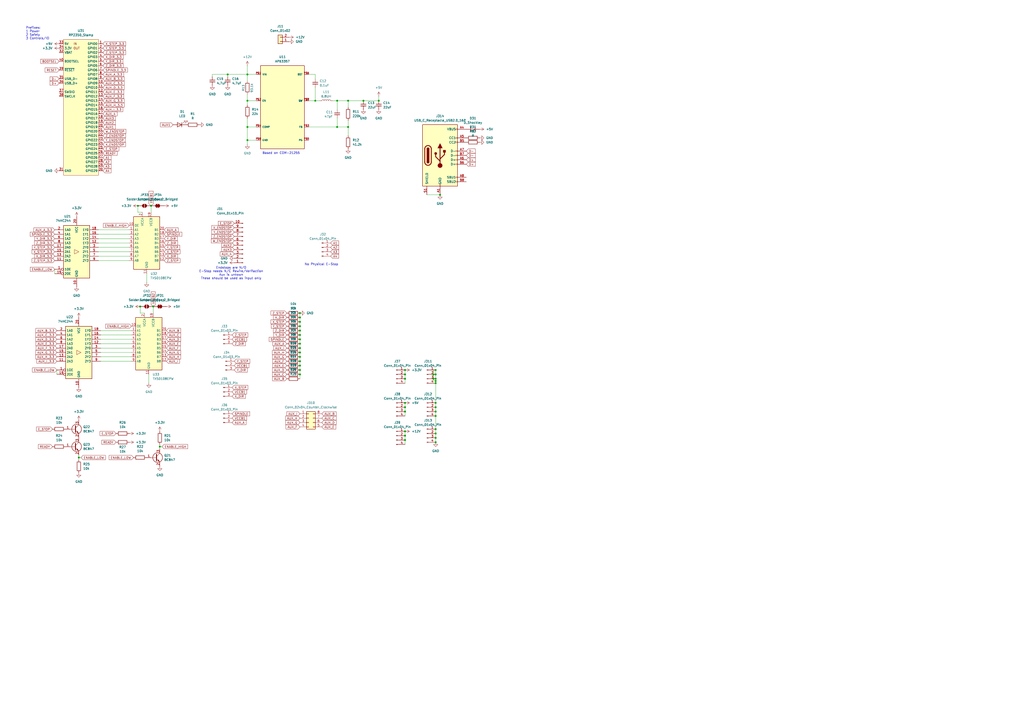
<source format=kicad_sch>
(kicad_sch (version 20250114) (generator "eeschema") (generator_version "9.0")
  (paper "A2")
  (text "Prefixes:\n1 Power\n2 Safety\n3 Controls/IO\n" (at 14.986 19.304 0) (effects (font (size 1.27 1.27)) (justify left)))
  (text "Endstops are N/O\nE-Stop needs N/C Rewire/Verifaction\nAux is unkown\nThese should be used as input only\n\n" (at 134.112 159.512 0) (effects (font (size 1.27 1.27))))
  (text "No Physical E-Stop\n" (at 186.436 153.416 0) (effects (font (size 1.27 1.27))))
  (text "Based on COM-21255\n" (at 163.068 88.9 0) (effects (font (size 1.27 1.27))))
  (junction (at 173.99 194.31))
  (junction (at 173.99 209.55))
  (junction (at 45.72 265.43))
  (junction (at 173.99 199.39))
  (junction (at 173.99 196.85))
  (junction (at 255.27 113.03))
  (junction (at 210.82 58.42))
  (junction (at 252.73 217.17))
  (junction (at 252.73 233.68))
  (junction (at 173.99 191.77))
  (junction (at 143.51 43.18))
  (junction (at 173.99 214.63))
  (junction (at 143.51 73.66))
  (junction (at 80.01 119.38))
  (junction (at 173.99 204.47))
  (junction (at 173.99 181.61))
  (junction (at 234.95 219.71))
  (junction (at 173.99 186.69))
  (junction (at 234.95 214.63))
  (junction (at 182.88 58.42))
  (junction (at 251.46 219.71))
  (junction (at 252.73 214.63))
  (junction (at 252.73 220.98))
  (junction (at 251.46 217.17))
  (junction (at 195.58 58.42))
  (junction (at 234.95 238.76))
  (junction (at 252.73 251.46))
  (junction (at 252.73 222.25))
  (junction (at 173.99 201.93))
  (junction (at 252.73 256.54))
  (junction (at 252.73 241.3))
  (junction (at 132.08 43.18))
  (junction (at 173.99 189.23))
  (junction (at 173.99 212.09))
  (junction (at 252.73 254))
  (junction (at 234.95 233.68))
  (junction (at 252.73 236.22))
  (junction (at 219.71 58.42))
  (junction (at 234.95 217.17))
  (junction (at 234.95 250.19))
  (junction (at 195.58 73.66))
  (junction (at 173.99 207.01))
  (junction (at 234.95 252.73))
  (junction (at 234.95 255.27))
  (junction (at 87.63 119.38))
  (junction (at 173.99 184.15))
  (junction (at 88.9 177.8))
  (junction (at 252.73 219.71))
  (junction (at 143.51 81.28))
  (junction (at 201.93 58.42))
  (junction (at 173.99 217.17))
  (junction (at 92.71 259.08))
  (junction (at 252.73 238.76))
  (junction (at 234.95 236.22))
  (junction (at 201.93 73.66))
  (junction (at 252.73 248.92))
  (junction (at 143.51 58.42))
  (junction (at 81.28 177.8))
  (wire (pts (xy 252.73 220.98) (xy 251.46 220.98)))
  (wire (pts (xy 252.73 251.46) (xy 252.73 254)))
  (wire (pts (xy 80.01 119.38) (xy 80.01 123.19)))
  (wire (pts (xy 234.95 252.73) (xy 234.95 255.27)))
  (wire (pts (xy 82.55 123.19) (xy 80.01 123.19)))
  (wire (pts (xy 247.65 113.03) (xy 255.27 113.03)))
  (wire (pts (xy 143.51 43.18) (xy 143.51 38.1)))
  (wire (pts (xy 173.99 204.47) (xy 173.99 207.01)))
  (wire (pts (xy 201.93 58.42) (xy 201.93 62.23)))
  (wire (pts (xy 173.99 209.55) (xy 173.99 212.09)))
  (wire (pts (xy 57.15 140.97) (xy 74.93 140.97)))
  (wire (pts (xy 57.15 138.43) (xy 74.93 138.43)))
  (wire (pts (xy 252.73 214.63) (xy 252.73 217.17)))
  (wire (pts (xy 143.51 68.58) (xy 143.51 73.66)))
  (wire (pts (xy 57.15 135.89) (xy 74.93 135.89)))
  (wire (pts (xy 182.88 50.8) (xy 182.88 58.42)))
  (wire (pts (xy 148.59 43.18) (xy 143.51 43.18)))
  (wire (pts (xy 123.19 43.18) (xy 132.08 43.18)))
  (wire (pts (xy 58.42 207.01) (xy 76.2 207.01)))
  (wire (pts (xy 46.99 265.43) (xy 45.72 265.43)))
  (wire (pts (xy 252.73 248.92) (xy 252.73 251.46)))
  (wire (pts (xy 143.51 83.82) (xy 143.51 81.28)))
  (wire (pts (xy 195.58 58.42) (xy 201.93 58.42)))
  (wire (pts (xy 252.73 214.63) (xy 251.46 214.63)))
  (wire (pts (xy 210.82 58.42) (xy 219.71 58.42)))
  (wire (pts (xy 234.95 236.22) (xy 234.95 238.76)))
  (wire (pts (xy 92.71 257.81) (xy 92.71 259.08)))
  (wire (pts (xy 201.93 58.42) (xy 210.82 58.42)))
  (wire (pts (xy 31.75 156.21) (xy 31.75 158.75)))
  (wire (pts (xy 173.99 184.15) (xy 173.99 186.69)))
  (wire (pts (xy 173.99 181.61) (xy 173.99 184.15)))
  (wire (pts (xy 83.82 181.61) (xy 81.28 181.61)))
  (wire (pts (xy 143.51 58.42) (xy 148.59 58.42)))
  (wire (pts (xy 219.71 55.88) (xy 219.71 58.42)))
  (wire (pts (xy 57.15 133.35) (xy 74.93 133.35)))
  (wire (pts (xy 57.15 143.51) (xy 74.93 143.51)))
  (wire (pts (xy 173.99 189.23) (xy 173.99 191.77)))
  (wire (pts (xy 252.73 220.98) (xy 252.73 222.25)))
  (wire (pts (xy 251.46 220.98) (xy 251.46 219.71)))
  (wire (pts (xy 252.73 217.17) (xy 251.46 217.17)))
  (wire (pts (xy 201.93 73.66) (xy 201.93 78.74)))
  (wire (pts (xy 173.99 207.01) (xy 173.99 209.55)))
  (wire (pts (xy 143.51 58.42) (xy 143.51 60.96)))
  (wire (pts (xy 173.99 217.17) (xy 173.99 219.71)))
  (wire (pts (xy 143.51 54.61) (xy 143.51 58.42)))
  (wire (pts (xy 251.46 217.17) (xy 251.46 219.71)))
  (wire (pts (xy 85.09 163.83) (xy 85.09 158.75)))
  (wire (pts (xy 252.73 236.22) (xy 252.73 238.76)))
  (wire (pts (xy 33.02 214.63) (xy 33.02 217.17)))
  (wire (pts (xy 195.58 58.42) (xy 195.58 63.5)))
  (wire (pts (xy 252.73 233.68) (xy 252.73 236.22)))
  (wire (pts (xy 201.93 73.66) (xy 201.93 69.85)))
  (wire (pts (xy 234.95 214.63) (xy 234.95 217.17)))
  (wire (pts (xy 58.42 191.77) (xy 76.2 191.77)))
  (wire (pts (xy 234.95 250.19) (xy 234.95 252.73)))
  (wire (pts (xy 252.73 219.71) (xy 251.46 219.71)))
  (wire (pts (xy 45.72 265.43) (xy 45.72 264.16)))
  (wire (pts (xy 193.04 58.42) (xy 195.58 58.42)))
  (wire (pts (xy 57.15 148.59) (xy 74.93 148.59)))
  (wire (pts (xy 252.73 254) (xy 252.73 256.54)))
  (wire (pts (xy 45.72 266.7) (xy 45.72 265.43)))
  (wire (pts (xy 57.15 146.05) (xy 74.93 146.05)))
  (wire (pts (xy 132.08 44.45) (xy 132.08 43.18)))
  (wire (pts (xy 234.95 238.76) (xy 234.95 241.3)))
  (wire (pts (xy 58.42 199.39) (xy 76.2 199.39)))
  (wire (pts (xy 173.99 212.09) (xy 173.99 214.63)))
  (wire (pts (xy 252.73 222.25) (xy 252.73 233.68)))
  (wire (pts (xy 251.46 214.63) (xy 251.46 217.17)))
  (wire (pts (xy 234.95 217.17) (xy 234.95 219.71)))
  (wire (pts (xy 195.58 73.66) (xy 201.93 73.66)))
  (wire (pts (xy 173.99 201.93) (xy 173.99 204.47)))
  (wire (pts (xy 86.36 222.25) (xy 86.36 217.17)))
  (wire (pts (xy 173.99 199.39) (xy 173.99 201.93)))
  (wire (pts (xy 173.99 214.63) (xy 173.99 217.17)))
  (wire (pts (xy 58.42 201.93) (xy 76.2 201.93)))
  (wire (pts (xy 195.58 68.58) (xy 195.58 73.66)))
  (wire (pts (xy 81.28 177.8) (xy 81.28 181.61)))
  (wire (pts (xy 182.88 58.42) (xy 179.07 58.42)))
  (wire (pts (xy 252.73 217.17) (xy 252.73 219.71)))
  (wire (pts (xy 58.42 204.47) (xy 76.2 204.47)))
  (wire (pts (xy 252.73 238.76) (xy 252.73 241.3)))
  (wire (pts (xy 132.08 43.18) (xy 143.51 43.18)))
  (wire (pts (xy 58.42 194.31) (xy 76.2 194.31)))
  (wire (pts (xy 173.99 196.85) (xy 173.99 199.39)))
  (wire (pts (xy 123.19 44.45) (xy 123.19 43.18)))
  (wire (pts (xy 234.95 233.68) (xy 234.95 236.22)))
  (wire (pts (xy 234.95 255.27) (xy 234.95 257.81)))
  (wire (pts (xy 143.51 73.66) (xy 148.59 73.66)))
  (wire (pts (xy 173.99 191.77) (xy 173.99 194.31)))
  (wire (pts (xy 143.51 81.28) (xy 143.51 73.66)))
  (wire (pts (xy 148.59 81.28) (xy 143.51 81.28)))
  (wire (pts (xy 58.42 209.55) (xy 76.2 209.55)))
  (wire (pts (xy 173.99 186.69) (xy 173.99 189.23)))
  (wire (pts (xy 252.73 219.71) (xy 252.73 220.98)))
  (wire (pts (xy 252.73 241.3) (xy 252.73 248.92)))
  (wire (pts (xy 179.07 43.18) (xy 182.88 43.18)))
  (wire (pts (xy 185.42 58.42) (xy 182.88 58.42)))
  (wire (pts (xy 92.71 259.08) (xy 92.71 260.35)))
  (wire (pts (xy 182.88 43.18) (xy 182.88 45.72)))
  (wire (pts (xy 93.98 259.08) (xy 92.71 259.08)))
  (wire (pts (xy 234.95 219.71) (xy 234.95 222.25)))
  (wire (pts (xy 179.07 73.66) (xy 195.58 73.66)))
  (wire (pts (xy 143.51 46.99) (xy 143.51 43.18)))
  (wire (pts (xy 58.42 196.85) (xy 76.2 196.85)))
  (wire (pts (xy 87.63 119.38) (xy 87.63 123.19)))
  (wire (pts (xy 173.99 194.31) (xy 173.99 196.85)))
  (wire (pts (xy 57.15 151.13) (xy 74.93 151.13)))
  (wire (pts (xy 88.9 177.8) (xy 88.9 181.61)))
  (global_label "AUX_A" (shape input) (at 166.37 199.39 180) (property "Intersheetrefs" "${INTERSHEET_REFS}" (effects (hide yes))))
  (global_label "AUX_C" (shape input) (at 96.52 194.31 0) (property "Intersheetrefs" "${INTERSHEET_REFS}" (effects (hide yes))))
  (global_label "E_STOP" (shape input) (at 67.31 251.46 180) (property "Intersheetrefs" "${INTERSHEET_REFS}" (effects (hide yes))))
  (global_label "SPINDLE_3.3" (shape input) (at 59.69 40.64 0) (property "Intersheetrefs" "${INTERSHEET_REFS}" (effects (hide yes))))
  (global_label "A4" (shape input) (at 59.69 99.06 0) (property "Intersheetrefs" "${INTERSHEET_REFS}" (effects (hide yes))))
  (global_label "AUX_E_3.3" (shape input) (at 59.69 53.34 0) (property "Intersheetrefs" "${INTERSHEET_REFS}" (effects (hide yes))))
  (global_label "Z_STEP_3.3" (shape input) (at 59.69 30.48 0) (property "Intersheetrefs" "${INTERSHEET_REFS}" (effects (hide yes))))
  (global_label "AUX2" (shape input) (at 135.89 142.24 180) (property "Intersheetrefs" "${INTERSHEET_REFS}" (effects (hide yes))))
  (global_label "AUX_A" (shape input) (at 95.25 133.35 0) (property "Intersheetrefs" "${INTERSHEET_REFS}" (effects (hide yes))))
  (global_label "VCCB1" (shape input) (at 87.63 119.38 90) (property "Intersheetrefs" "${INTERSHEET_REFS}" (effects (hide yes))))
  (global_label "AUX_B_3.3" (shape input) (at 33.02 191.77 180) (property "Intersheetrefs" "${INTERSHEET_REFS}" (effects (hide yes))))
  (global_label "ENABLE_HIGH" (shape input) (at 93.98 259.08 0) (property "Intersheetrefs" "${INTERSHEET_REFS}" (effects (hide yes))))
  (global_label "X_STEP" (shape input) (at 95.25 146.05 0) (property "Intersheetrefs" "${INTERSHEET_REFS}" (effects (hide yes))))
  (global_label "READY" (shape input) (at 30.48 259.08 180) (property "Intersheetrefs" "${INTERSHEET_REFS}" (effects (hide yes))))
  (global_label "Y_ENDSTOP" (shape input) (at 135.89 134.62 180) (property "Intersheetrefs" "${INTERSHEET_REFS}" (effects (hide yes))))
  (global_label "AUX_I" (shape input) (at 173.99 240.03 180) (property "Intersheetrefs" "${INTERSHEET_REFS}" (effects (hide yes))))
  (global_label "A3" (shape input) (at 59.69 96.52 0) (property "Intersheetrefs" "${INTERSHEET_REFS}" (effects (hide yes))))
  (global_label "AUX_4" (shape input) (at 135.89 147.32 180) (property "Intersheetrefs" "${INTERSHEET_REFS}" (effects (hide yes))))
  (global_label "AUX_I" (shape input) (at 96.52 209.55 0) (property "Intersheetrefs" "${INTERSHEET_REFS}" (effects (hide yes))))
  (global_label "Y_ENDSTOP" (shape input) (at 59.69 81.28 0) (property "Intersheetrefs" "${INTERSHEET_REFS}" (effects (hide yes))))
  (global_label "SPINDLE" (shape input) (at 95.25 135.89 0) (property "Intersheetrefs" "${INTERSHEET_REFS}" (effects (hide yes))))
  (global_label "AUX_D" (shape input) (at 96.52 196.85 0) (property "Intersheetrefs" "${INTERSHEET_REFS}" (effects (hide yes))))
  (global_label "AUX_E" (shape input) (at 186.69 247.65 0) (property "Intersheetrefs" "${INTERSHEET_REFS}" (effects (hide yes))))
  (global_label "X_DIR" (shape input) (at 95.25 148.59 0) (property "Intersheetrefs" "${INTERSHEET_REFS}" (effects (hide yes))))
  (global_label "Z_DIR" (shape input) (at 134.62 199.39 0) (property "Intersheetrefs" "${INTERSHEET_REFS}" (effects (hide yes))))
  (global_label "AUX_I" (shape input) (at 166.37 201.93 180) (property "Intersheetrefs" "${INTERSHEET_REFS}" (effects (hide yes))))
  (global_label "Z_DIR_3.3" (shape input) (at 59.69 38.1 0) (property "Intersheetrefs" "${INTERSHEET_REFS}" (effects (hide yes))))
  (global_label "AUX_H_3.3" (shape input) (at 59.69 60.96 0) (property "Intersheetrefs" "${INTERSHEET_REFS}" (effects (hide yes))))
  (global_label "Z_DIR" (shape input) (at 166.37 191.77 180) (property "Intersheetrefs" "${INTERSHEET_REFS}" (effects (hide yes))))
  (global_label "X_STEP_3.3" (shape input) (at 59.69 25.4 0) (property "Intersheetrefs" "${INTERSHEET_REFS}" (effects (hide yes))))
  (global_label "Y_DIR" (shape input) (at 135.89 214.63 0) (property "Intersheetrefs" "${INTERSHEET_REFS}" (effects (hide yes))))
  (global_label "A4" (shape input) (at 191.77 148.59 0) (property "Intersheetrefs" "${INTERSHEET_REFS}" (effects (hide yes))))
  (global_label "Z_STEP" (shape input) (at 166.37 181.61 180) (property "Intersheetrefs" "${INTERSHEET_REFS}" (effects (hide yes))))
  (global_label "A2" (shape input) (at 59.69 93.98 0) (property "Intersheetrefs" "${INTERSHEET_REFS}" (effects (hide yes))))
  (global_label "Y_DIR" (shape input) (at 95.25 138.43 0) (property "Intersheetrefs" "${INTERSHEET_REFS}" (effects (hide yes))))
  (global_label "AUX_D_3.3" (shape input) (at 59.69 50.8 0) (property "Intersheetrefs" "${INTERSHEET_REFS}" (effects (hide yes))))
  (global_label "VCCB1" (shape input) (at 134.62 242.57 0) (property "Intersheetrefs" "${INTERSHEET_REFS}" (effects (hide yes))))
  (global_label "AUX_A_3.3" (shape input) (at 31.75 133.35 180) (property "Intersheetrefs" "${INTERSHEET_REFS}" (effects (hide yes))))
  (global_label "W_ENDSTOP" (shape input) (at 59.69 76.2 0) (property "Intersheetrefs" "${INTERSHEET_REFS}" (effects (hide yes))))
  (global_label "Z_STEP_3.3" (shape input) (at 31.75 151.13 180) (property "Intersheetrefs" "${INTERSHEET_REFS}" (effects (hide yes))))
  (global_label "Z_STEP" (shape input) (at 134.62 194.31 0) (property "Intersheetrefs" "${INTERSHEET_REFS}" (effects (hide yes))))
  (global_label "Y_DIR" (shape input) (at 166.37 194.31 180) (property "Intersheetrefs" "${INTERSHEET_REFS}" (effects (hide yes))))
  (global_label "X_DIR" (shape input) (at 166.37 184.15 180) (property "Intersheetrefs" "${INTERSHEET_REFS}" (effects (hide yes))))
  (global_label "AUX_4" (shape input) (at 59.69 66.04 0) (property "Intersheetrefs" "${INTERSHEET_REFS}" (effects (hide yes))))
  (global_label "BOOTSEL" (shape input) (at 34.29 35.56 180) (property "Intersheetrefs" "${INTERSHEET_REFS}" (effects (hide yes))))
  (global_label "E_STOP" (shape input) (at 135.89 129.54 180) (property "Intersheetrefs" "${INTERSHEET_REFS}" (effects (hide yes))))
  (global_label "READY" (shape input) (at 59.69 88.9 0) (property "Intersheetrefs" "${INTERSHEET_REFS}" (effects (hide yes))))
  (global_label "AUX_D" (shape input) (at 166.37 214.63 180) (property "Intersheetrefs" "${INTERSHEET_REFS}" (effects (hide yes))))
  (global_label "AUX_H" (shape input) (at 166.37 204.47 180) (property "Intersheetrefs" "${INTERSHEET_REFS}" (effects (hide yes))))
  (global_label "Y_DIR_3.3" (shape input) (at 59.69 35.56 0) (property "Intersheetrefs" "${INTERSHEET_REFS}" (effects (hide yes))))
  (global_label "A3" (shape input) (at 191.77 146.05 0) (property "Intersheetrefs" "${INTERSHEET_REFS}" (effects (hide yes))))
  (global_label "AUX_E_3.3" (shape input) (at 33.02 199.39 180) (property "Intersheetrefs" "${INTERSHEET_REFS}" (effects (hide yes))))
  (global_label "RESET" (shape input) (at 34.29 40.64 180) (property "Intersheetrefs" "${INTERSHEET_REFS}" (effects (hide yes))))
  (global_label "AUX_G_3.3" (shape input) (at 33.02 204.47 180) (property "Intersheetrefs" "${INTERSHEET_REFS}" (effects (hide yes))))
  (global_label "A1" (shape input) (at 59.69 91.44 0) (property "Intersheetrefs" "${INTERSHEET_REFS}" (effects (hide yes))))
  (global_label "E_STOP" (shape input) (at 30.48 248.92 180) (property "Intersheetrefs" "${INTERSHEET_REFS}" (effects (hide yes))))
  (global_label "SPINDLE" (shape input) (at 166.37 196.85 180) (property "Intersheetrefs" "${INTERSHEET_REFS}" (effects (hide yes))))
  (global_label "VCCB1" (shape input) (at 135.89 212.09 0) (property "Intersheetrefs" "${INTERSHEET_REFS}" (effects (hide yes))))
  (global_label "AUX_C" (shape input) (at 186.69 242.57 0) (property "Intersheetrefs" "${INTERSHEET_REFS}" (effects (hide yes))))
  (global_label "X_ENDSTOP" (shape input) (at 135.89 132.08 180) (property "Intersheetrefs" "${INTERSHEET_REFS}" (effects (hide yes))))
  (global_label "AUX_C_3.3" (shape input) (at 59.69 48.26 0) (property "Intersheetrefs" "${INTERSHEET_REFS}" (effects (hide yes))))
  (global_label "D-" (shape input) (at 270.51 87.63 0) (property "Intersheetrefs" "${INTERSHEET_REFS}" (effects (hide yes))))
  (global_label "AUX3" (shape input) (at 135.89 144.78 180) (property "Intersheetrefs" "${INTERSHEET_REFS}" (effects (hide yes))))
  (global_label "X_STEP" (shape input) (at 166.37 186.69 180) (property "Intersheetrefs" "${INTERSHEET_REFS}" (effects (hide yes))))
  (global_label "AUX_B" (shape input) (at 166.37 219.71 180) (property "Intersheetrefs" "${INTERSHEET_REFS}" (effects (hide yes))))
  (global_label "AUX_A_3.3" (shape input) (at 59.69 43.18 0) (property "Intersheetrefs" "${INTERSHEET_REFS}" (effects (hide yes))))
  (global_label "D+" (shape input) (at 270.51 92.71 0) (property "Intersheetrefs" "${INTERSHEET_REFS}" (effects (hide yes))))
  (global_label "Z_ENDSTOP" (shape input) (at 135.89 137.16 180) (property "Intersheetrefs" "${INTERSHEET_REFS}" (effects (hide yes))))
  (global_label "ENABLE_LOW" (shape input) (at 33.02 214.63 180) (property "Intersheetrefs" "${INTERSHEET_REFS}" (effects (hide yes))))
  (global_label "AUX_H_3.3" (shape input) (at 33.02 207.01 180) (property "Intersheetrefs" "${INTERSHEET_REFS}" (effects (hide yes))))
  (global_label "AUX1" (shape input) (at 100.33 72.39 180) (property "Intersheetrefs" "${INTERSHEET_REFS}" (effects (hide yes))))
  (global_label "READY" (shape input) (at 67.31 256.54 180) (property "Intersheetrefs" "${INTERSHEET_REFS}" (effects (hide yes))))
  (global_label "AUX_B" (shape input) (at 96.52 191.77 0) (property "Intersheetrefs" "${INTERSHEET_REFS}" (effects (hide yes))))
  (global_label "X_STEP_3.3" (shape input) (at 31.75 146.05 180) (property "Intersheetrefs" "${INTERSHEET_REFS}" (effects (hide yes))))
  (global_label "A2" (shape input) (at 191.77 143.51 0) (property "Intersheetrefs" "${INTERSHEET_REFS}" (effects (hide yes))))
  (global_label "X_DIR_3.3" (shape input) (at 59.69 33.02 0) (property "Intersheetrefs" "${INTERSHEET_REFS}" (effects (hide yes))))
  (global_label "X_ENDSTOP" (shape input) (at 59.69 83.82 0) (property "Intersheetrefs" "${INTERSHEET_REFS}" (effects (hide yes))))
  (global_label "VCCB2" (shape input) (at 88.9 177.8 90) (property "Intersheetrefs" "${INTERSHEET_REFS}" (effects (hide yes))))
  (global_label "D+" (shape input) (at 270.51 95.25 0) (property "Intersheetrefs" "${INTERSHEET_REFS}" (effects (hide yes))))
  (global_label "Y_STEP" (shape input) (at 135.89 209.55 0) (property "Intersheetrefs" "${INTERSHEET_REFS}" (effects (hide yes))))
  (global_label "Z_ENDSTOP" (shape input) (at 59.69 78.74 0) (property "Intersheetrefs" "${INTERSHEET_REFS}" (effects (hide yes))))
  (global_label "AUX_B" (shape input) (at 186.69 240.03 0) (property "Intersheetrefs" "${INTERSHEET_REFS}" (effects (hide yes))))
  (global_label "AUX_G" (shape input) (at 173.99 245.11 180) (property "Intersheetrefs" "${INTERSHEET_REFS}" (effects (hide yes))))
  (global_label "AUX_F_3.3" (shape input) (at 59.69 55.88 0) (property "Intersheetrefs" "${INTERSHEET_REFS}" (effects (hide yes))))
  (global_label "AUX2" (shape input) (at 59.69 71.12 0) (property "Intersheetrefs" "${INTERSHEET_REFS}" (effects (hide yes))))
  (global_label "Z_DIR" (shape input) (at 95.25 140.97 0) (property "Intersheetrefs" "${INTERSHEET_REFS}" (effects (hide yes))))
  (global_label "Z_STEP" (shape input) (at 95.25 151.13 0) (property "Intersheetrefs" "${INTERSHEET_REFS}" (effects (hide yes))))
  (global_label "AUX_E" (shape input) (at 166.37 212.09 180) (property "Intersheetrefs" "${INTERSHEET_REFS}" (effects (hide yes))))
  (global_label "AUX_H" (shape input) (at 96.52 207.01 0) (property "Intersheetrefs" "${INTERSHEET_REFS}" (effects (hide yes))))
  (global_label "AUX1" (shape input) (at 59.69 73.66 0) (property "Intersheetrefs" "${INTERSHEET_REFS}" (effects (hide yes))))
  (global_label "W_ENDSTOP" (shape input) (at 135.89 139.7 180) (property "Intersheetrefs" "${INTERSHEET_REFS}" (effects (hide yes))))
  (global_label "AUX_C" (shape input) (at 166.37 217.17 180) (property "Intersheetrefs" "${INTERSHEET_REFS}" (effects (hide yes))))
  (global_label "AUX_E" (shape input) (at 96.52 199.39 0) (property "Intersheetrefs" "${INTERSHEET_REFS}" (effects (hide yes))))
  (global_label "AUX3" (shape input) (at 59.69 68.58 0) (property "Intersheetrefs" "${INTERSHEET_REFS}" (effects (hide yes))))
  (global_label "D+" (shape input) (at 34.29 48.26 180) (property "Intersheetrefs" "${INTERSHEET_REFS}" (effects (hide yes))))
  (global_label "Y_STEP_3.3" (shape input) (at 31.75 143.51 180) (property "Intersheetrefs" "${INTERSHEET_REFS}" (effects (hide yes))))
  (global_label "AUX_I_3.3" (shape input) (at 59.69 63.5 0) (property "Intersheetrefs" "${INTERSHEET_REFS}" (effects (hide yes))))
  (global_label "Y_STEP" (shape input) (at 166.37 189.23 180) (property "Intersheetrefs" "${INTERSHEET_REFS}" (effects (hide yes))))
  (global_label "AUX_F" (shape input) (at 173.99 247.65 180) (property "Intersheetrefs" "${INTERSHEET_REFS}" (effects (hide yes))))
  (global_label "X_STEP" (shape input) (at 134.62 224.79 0) (property "Intersheetrefs" "${INTERSHEET_REFS}" (effects (hide yes))))
  (global_label "AUX_C_3.3" (shape input) (at 33.02 194.31 180) (property "Intersheetrefs" "${INTERSHEET_REFS}" (effects (hide yes))))
  (global_label "Z_DIR_3.3" (shape input) (at 31.75 140.97 180) (property "Intersheetrefs" "${INTERSHEET_REFS}" (effects (hide yes))))
  (global_label "VCCB1" (shape input) (at 134.62 196.85 0) (property "Intersheetrefs" "${INTERSHEET_REFS}" (effects (hide yes))))
  (global_label "ENABLE_LOW" (shape input) (at 46.99 265.43 0) (property "Intersheetrefs" "${INTERSHEET_REFS}" (effects (hide yes))))
  (global_label "AUX_F" (shape input) (at 96.52 201.93 0) (property "Intersheetrefs" "${INTERSHEET_REFS}" (effects (hide yes))))
  (global_label "ENABLE_HIGH" (shape input) (at 76.2 189.23 180) (property "Intersheetrefs" "${INTERSHEET_REFS}" (effects (hide yes))))
  (global_label "AUX_A" (shape input) (at 134.62 245.11 0) (property "Intersheetrefs" "${INTERSHEET_REFS}" (effects (hide yes))))
  (global_label "A1" (shape input) (at 191.77 140.97 0) (property "Intersheetrefs" "${INTERSHEET_REFS}" (effects (hide yes))))
  (global_label "SPINDLE_3.3" (shape input) (at 31.75 135.89 180) (property "Intersheetrefs" "${INTERSHEET_REFS}" (effects (hide yes))))
  (global_label "AUX_F" (shape input) (at 166.37 209.55 180) (property "Intersheetrefs" "${INTERSHEET_REFS}" (effects (hide yes))))
  (global_label "AUX_F_3.3" (shape input) (at 33.02 201.93 180) (property "Intersheetrefs" "${INTERSHEET_REFS}" (effects (hide yes))))
  (global_label "Y_DIR_3.3" (shape input) (at 31.75 138.43 180) (property "Intersheetrefs" "${INTERSHEET_REFS}" (effects (hide yes))))
  (global_label "X_DIR" (shape input) (at 134.62 229.87 0) (property "Intersheetrefs" "${INTERSHEET_REFS}" (effects (hide yes))))
  (global_label "D-" (shape input) (at 34.29 45.72 180) (property "Intersheetrefs" "${INTERSHEET_REFS}" (effects (hide yes))))
  (global_label "AUX_D_3.3" (shape input) (at 33.02 196.85 180) (property "Intersheetrefs" "${INTERSHEET_REFS}" (effects (hide yes))))
  (global_label "X_DIR_3.3" (shape input) (at 31.75 148.59 180) (property "Intersheetrefs" "${INTERSHEET_REFS}" (effects (hide yes))))
  (global_label "AUX_H" (shape input) (at 173.99 242.57 180) (property "Intersheetrefs" "${INTERSHEET_REFS}" (effects (hide yes))))
  (global_label "SPINDLE" (shape input) (at 134.62 240.03 0) (property "Intersheetrefs" "${INTERSHEET_REFS}" (effects (hide yes))))
  (global_label "AUX_B_3.3" (shape input) (at 59.69 45.72 0) (property "Intersheetrefs" "${INTERSHEET_REFS}" (effects (hide yes))))
  (global_label "ENABLE_HIGH" (shape input) (at 74.93 130.81 180) (property "Intersheetrefs" "${INTERSHEET_REFS}" (effects (hide yes))))
  (global_label "AUX_I_3.3" (shape input) (at 33.02 209.55 180) (property "Intersheetrefs" "${INTERSHEET_REFS}" (effects (hide yes))))
  (global_label "Y_STEP" (shape input) (at 95.25 143.51 0) (property "Intersheetrefs" "${INTERSHEET_REFS}" (effects (hide yes))))
  (global_label "Y_STEP_3.3" (shape input) (at 59.69 27.94 0) (property "Intersheetrefs" "${INTERSHEET_REFS}" (effects (hide yes))))
  (global_label "ENABLE_LOW" (shape input) (at 31.75 156.21 180) (property "Intersheetrefs" "${INTERSHEET_REFS}" (effects (hide yes))))
  (global_label "VCCB1" (shape input) (at 134.62 227.33 0) (property "Intersheetrefs" "${INTERSHEET_REFS}" (effects (hide yes))))
  (global_label "AUX_D" (shape input) (at 186.69 245.11 0) (property "Intersheetrefs" "${INTERSHEET_REFS}" (effects (hide yes))))
  (global_label "AUX_G" (shape input) (at 96.52 204.47 0) (property "Intersheetrefs" "${INTERSHEET_REFS}" (effects (hide yes))))
  (global_label "AUX_G_3.3" (shape input) (at 59.69 58.42 0) (property "Intersheetrefs" "${INTERSHEET_REFS}" (effects (hide yes))))
  (global_label "ENABLE_LOW" (shape input) (at 77.47 265.43 180) (property "Intersheetrefs" "${INTERSHEET_REFS}" (effects (hide yes))))
  (global_label "AUX_G" (shape input) (at 166.37 207.01 180) (property "Intersheetrefs" "${INTERSHEET_REFS}" (effects (hide yes))))
  (global_label "E_STOP" (shape input) (at 59.69 86.36 0) (property "Intersheetrefs" "${INTERSHEET_REFS}" (effects (hide yes))))
  (global_label "D-" (shape input) (at 270.51 90.17 0) (property "Intersheetrefs" "${INTERSHEET_REFS}" (effects (hide yes))))
  (symbol (lib_id "Connector:Conn_01x04_Pin") (at 247.65 236.22 0) (unit 1)
    (property "Reference" "J312" (at 248.285 228.6 0))
    (property "Value" "Conn_01x04_Pin" (at 248.285 231.14 0))
    (property "Footprint" "Connector_PinHeader_2.54mm:PinHeader_1x04_P2.54mm_Vertical" (effects (hide yes)))
    (property "Description" "Generic connector, single row, 01x04, script generated" (effects (hide yes)))
  )
  (symbol (lib_id "Connector:Conn_01x10_Pin") (at 140.97 142.24 180) (unit 1)
    (property "Reference" "J31" (at 125.73 121.158 0) (effects (justify right)))
    (property "Value" "Conn_01x10_Pin" (at 125.73 123.698 0) (effects (justify right)))
    (property "Footprint" "Connector_Molex:Molex_KK-254_AE-6410-10A_1x10_P2.54mm_Vertical" (effects (hide yes)))
    (property "Description" "Generic connector, single row, 01x10, script generated" (effects (hide yes)))
  )
  (symbol (lib_id "Connector:Conn_01x03_Pin") (at 129.54 196.85 0) (unit 1)
    (property "Reference" "J33" (at 130.175 189.23 0))
    (property "Value" "Conn_01x03_Pin" (at 130.175 191.77 0))
    (property "Footprint" "Connector_Molex:Molex_KK-254_AE-6410-03A_1x03_P2.54mm_Vertical" (effects (hide yes)))
    (property "Description" "Generic connector, single row, 01x03, script generated" (effects (hide yes)))
  )
  (symbol (lib_id "power:+5V") (at 219.71 55.88 0) (unit 1)
    (property "Reference" "#PWR07" (effects (hide yes)))
    (property "Value" "+5V" (at 219.71 50.8 0))
    (property "Description" "Power symbol creates a global label with name \"+5V\"" (effects (hide yes)))
  )
  (symbol (lib_id "power:+3.3V") (at 80.01 119.38 90) (unit 1)
    (property "Reference" "#PWR031" (effects (hide yes)))
    (property "Value" "+3.3V" (at 76.2 119.3799 90) (effects (justify left)))
    (property "Description" "Power symbol creates a global label with name \"+3.3V\"" (effects (hide yes)))
  )
  (symbol (lib_id "Connector_Generic:Conn_02x04_Counter_Clockwise") (at 179.07 242.57 0) (unit 1)
    (property "Reference" "J310" (at 180.34 233.68 0))
    (property "Value" "Conn_02x04_Counter_Clockwise" (at 180.34 236.22 0))
    (property "Footprint" "Connector_PinHeader_2.54mm:PinHeader_2x04_P2.54mm_Vertical" (effects (hide yes)))
    (property "Description" "Generic connector, double row, 02x04, counter clockwise pin numbering scheme (similar to DIP package numbering), script generated (kicad-library-utils/schlib/autogen/connector/)" (effects (hide yes)))
  )
  (symbol (lib_id "power:GND") (at 44.45 166.37 0) (unit 1)
    (property "Reference" "#PWR016" (effects (hide yes)))
    (property "Value" "GND" (at 44.45 171.45 0))
    (property "Description" "Power symbol creates a global label with name \"GND\" , ground" (effects (hide yes)))
  )
  (symbol (lib_id "Connector:Conn_01x03_Pin") (at 129.54 227.33 0) (unit 1)
    (property "Reference" "J35" (at 130.175 219.71 0))
    (property "Value" "Conn_01x03_Pin" (at 130.175 222.25 0))
    (property "Footprint" "Connector_Molex:Molex_KK-254_AE-6410-03A_1x03_P2.54mm_Vertical" (effects (hide yes)))
    (property "Description" "Generic connector, single row, 01x03, script generated" (effects (hide yes)))
  )
  (symbol (lib_id "Device:R") (at 45.72 270.51 180) (unit 1)
    (property "Reference" "R25" (at 48.26 269.2399 0) (effects (justify right)))
    (property "Value" "10k" (at 48.26 271.7799 0) (effects (justify right)))
    (property "Footprint" "Capacitor_SMD:C_0603_1608Metric_Pad1.08x0.95mm_HandSolder" (effects (hide yes)))
    (property "Description" "Resistor" (effects (hide yes)))
  )
  (symbol (lib_id "power:+3.3V") (at 74.93 251.46 270) (unit 1)
    (property "Reference" "#PWR023" (effects (hide yes)))
    (property "Value" "+3.3V" (at 78.74 251.4599 90) (effects (justify left)))
    (property "Description" "Power symbol creates a global label with name \"+3.3V\"" (effects (hide yes)))
  )
  (symbol (lib_id "Device:R") (at 170.18 212.09 270) (unit 1)
    (property "Reference" "R18" (at 170.18 209.296 90))
    (property "Value" "10k" (at 170.18 206.756 90))
    (property "Footprint" "Capacitor_SMD:C_0603_1608Metric_Pad1.08x0.95mm_HandSolder" (effects (hide yes)))
    (property "Description" "Resistor" (effects (hide yes)))
  )
  (symbol (lib_id "Jumper:SolderJumper_2_Open") (at 83.82 119.38 0) (unit 1) (in_bom no)
    (property "Reference" "JP33" (at 83.82 113.03 0))
    (property "Value" "SolderJumper_2_Open" (at 83.82 115.57 0))
    (property "Footprint" "Jumper:SolderJumper-2_P1.3mm_Open_RoundedPad1.0x1.5mm" (effects (hide yes)))
    (property "Description" "Solder Jumper, 2-pole, open" (effects (hide yes)))
  )
  (symbol (lib_id "power:+3.3V") (at 45.72 243.84 0) (unit 1)
    (property "Reference" "#PWR021" (effects (hide yes)))
    (property "Value" "+3.3V" (at 45.72 238.76 0))
    (property "Description" "Power symbol creates a global label with name \"+3.3V\"" (effects (hide yes)))
  )
  (symbol (lib_id "power:GND") (at 210.82 63.5 0) (unit 1)
    (property "Reference" "#PWR08" (effects (hide yes)))
    (property "Value" "GND" (at 210.82 68.58 0))
    (property "Description" "Power symbol creates a global label with name \"GND\" , ground" (effects (hide yes)))
  )
  (symbol (lib_id "power:+5V") (at 96.52 177.8 270) (unit 1)
    (property "Reference" "#PWR030" (effects (hide yes)))
    (property "Value" "+5V" (at 100.33 177.7999 90) (effects (justify left)))
    (property "Description" "Power symbol creates a global label with name \"+5V\"" (effects (hide yes)))
  )
  (symbol (lib_id "power:+5V") (at 234.95 233.68 270) (unit 1)
    (property "Reference" "#PWR042" (effects (hide yes)))
    (property "Value" "+5V" (at 238.76 233.6799 90) (effects (justify left)))
    (property "Description" "Power symbol creates a global label with name \"+5V\"" (effects (hide yes)))
  )
  (symbol (lib_id "Device:R") (at 170.18 196.85 270) (unit 1)
    (property "Reference" "R8" (at 170.18 194.056 90))
    (property "Value" "10k" (at 170.18 191.516 90))
    (property "Footprint" "Capacitor_SMD:C_0603_1608Metric_Pad1.08x0.95mm_HandSolder" (effects (hide yes)))
    (property "Description" "Resistor" (effects (hide yes)))
  )
  (symbol (lib_id "Device:R") (at 170.18 214.63 270) (unit 1)
    (property "Reference" "R19" (at 170.18 211.836 90))
    (property "Value" "10k" (at 170.18 209.296 90))
    (property "Footprint" "Capacitor_SMD:C_0603_1608Metric_Pad1.08x0.95mm_HandSolder" (effects (hide yes)))
    (property "Description" "Resistor" (effects (hide yes)))
  )
  (symbol (lib_id "Jumper:SolderJumper_2_Bridged") (at 91.44 119.38 0) (unit 1) (in_bom no)
    (property "Reference" "JP34" (at 91.44 113.03 0))
    (property "Value" "SolderJumper_2_Bridged" (at 91.44 115.57 0))
    (property "Footprint" "Jumper:SolderJumper-2_P1.3mm_Bridged_RoundedPad1.0x1.5mm" (effects (hide yes)))
    (property "Description" "Solder Jumper, 2-pole, closed/bridged" (effects (hide yes)))
  )
  (symbol (lib_id "Connector:Conn_01x04_Pin") (at 247.65 217.17 0) (unit 1)
    (property "Reference" "J311" (at 248.285 209.55 0))
    (property "Value" "Conn_01x04_Pin" (at 248.285 212.09 0))
    (property "Footprint" "Connector_PinHeader_2.54mm:PinHeader_1x04_P2.54mm_Vertical" (effects (hide yes)))
    (property "Description" "Generic connector, single row, 01x04, script generated" (effects (hide yes)))
  )
  (symbol (lib_id "Device:R") (at 81.28 265.43 90) (unit 1)
    (property "Reference" "R22" (at 81.28 259.08 90))
    (property "Value" "10k" (at 81.28 261.62 90))
    (property "Footprint" "Capacitor_SMD:C_0603_1608Metric_Pad1.08x0.95mm_HandSolder" (effects (hide yes)))
    (property "Description" "Resistor" (effects (hide yes)))
  )
  (symbol (lib_id "power:GND") (at 45.72 274.32 0) (unit 1)
    (property "Reference" "#PWR022" (effects (hide yes)))
    (property "Value" "GND" (at 45.72 279.4 0))
    (property "Description" "Power symbol creates a global label with name \"GND\" , ground" (effects (hide yes)))
  )
  (symbol (lib_id "Device:R") (at 170.18 217.17 270) (unit 1)
    (property "Reference" "R20" (at 170.18 214.376 90))
    (property "Value" "10k" (at 170.18 211.836 90))
    (property "Footprint" "Capacitor_SMD:C_0603_1608Metric_Pad1.08x0.95mm_HandSolder" (effects (hide yes)))
    (property "Description" "Resistor" (effects (hide yes)))
  )
  (symbol (lib_id "Connector:Conn_01x03_Pin") (at 130.81 212.09 0) (unit 1)
    (property "Reference" "J34" (at 131.445 204.47 0))
    (property "Value" "Conn_01x03_Pin" (at 131.445 207.01 0))
    (property "Footprint" "Connector_Molex:Molex_KK-254_AE-6410-03A_1x03_P2.54mm_Vertical" (effects (hide yes)))
    (property "Description" "Generic connector, single row, 01x03, script generated" (effects (hide yes)))
  )
  (symbol (lib_id "power:+5V") (at 278.13 74.93 270) (unit 1)
    (property "Reference" "#PWR034" (effects (hide yes)))
    (property "Value" "+5V" (at 281.94 74.9299 90) (effects (justify left)))
    (property "Description" "Power symbol creates a global label with name \"+5V\"" (effects (hide yes)))
  )
  (symbol (lib_id "power:GND") (at 34.29 99.06 270) (unit 1)
    (property "Reference" "#PWR013" (effects (hide yes)))
    (property "Value" "GND" (at 30.48 99.0599 90) (effects (justify right)))
    (property "Description" "Power symbol creates a global label with name \"GND\" , ground" (effects (hide yes)))
  )
  (symbol (lib_id "Device:R") (at 170.18 219.71 270) (unit 1)
    (property "Reference" "R28" (at 170.18 216.916 90))
    (property "Value" "10k" (at 170.18 214.376 90))
    (property "Footprint" "Capacitor_SMD:C_0603_1608Metric_Pad1.08x0.95mm_HandSolder" (effects (hide yes)))
    (property "Description" "Resistor" (effects (hide yes)))
  )
  (symbol (lib_id "Device:LED") (at 104.14 72.39 180) (unit 1)
    (property "Reference" "D1" (at 105.7275 64.77 0))
    (property "Value" "LED" (at 105.7275 67.31 0))
    (property "Footprint" "Connector_PinHeader_2.54mm:PinHeader_1x02_P2.54mm_Vertical" (effects (hide yes)))
    (property "Description" "Light emitting diode" (effects (hide yes)))
    (property "Sim.Pins" "1=K 2=A" (effects (hide yes)))
  )
  (symbol (lib_id "Device:C_Small") (at 195.58 66.04 180) (unit 1)
    (property "Reference" "C11" (at 193.04 65.024 0) (effects (justify left)))
    (property "Value" "47pF" (at 193.04 67.564 0) (effects (justify left)))
    (property "Footprint" "Capacitor_SMD:C_0603_1608Metric_Pad1.08x0.95mm_HandSolder" (effects (hide yes)))
    (property "Description" "Unpolarized capacitor, small symbol" (effects (hide yes)))
  )
  (symbol (lib_id "Connector_Generic:Conn_01x02") (at 162.56 24.13 180) (unit 1)
    (property "Reference" "J11" (at 162.56 15.24 0))
    (property "Value" "Conn_01x02" (at 162.56 17.78 0))
    (property "Footprint" "Connector_Molex:Molex_KK-254_AE-6410-02A_1x02_P2.54mm_Vertical" (effects (hide yes)))
    (property "Description" "Generic connector, single row, 01x02, script generated (kicad-library-utils/schlib/autogen/connector/)" (effects (hide yes)))
  )
  (symbol (lib_id "Device:R") (at 143.51 64.77 0) (unit 1)
    (property "Reference" "R14" (at 146.05 63.4999 0) (effects (justify left)))
    (property "Value" "22k" (at 146.05 66.0399 0) (effects (justify left)))
    (property "Footprint" "Capacitor_SMD:C_0603_1608Metric_Pad1.08x0.95mm_HandSolder" (effects (hide yes)))
    (property "Description" "Resistor" (effects (hide yes)))
  )
  (symbol (lib_id "Device:C_Small") (at 123.19 46.99 0) (unit 1)
    (property "Reference" "C15" (at 125.73 45.7262 0) (effects (justify left)))
    (property "Value" "4.7uF" (at 125.73 48.2662 0) (effects (justify left)))
    (property "Footprint" "Capacitor_SMD:C_0603_1608Metric_Pad1.08x0.95mm_HandSolder" (effects (hide yes)))
    (property "Description" "Unpolarized capacitor, small symbol" (effects (hide yes)))
  )
  (symbol (lib_id "Device:R") (at 170.18 204.47 270) (unit 1)
    (property "Reference" "R15" (at 170.18 201.676 90))
    (property "Value" "10k" (at 170.18 199.136 90))
    (property "Footprint" "Capacitor_SMD:C_0603_1608Metric_Pad1.08x0.95mm_HandSolder" (effects (hide yes)))
    (property "Description" "Resistor" (effects (hide yes)))
  )
  (symbol (lib_id "Logic_LevelTranslator:TXS0108EPW") (at 85.09 140.97 0) (unit 1)
    (property "Reference" "U32" (at 87.2333 158.75 0) (effects (justify left)))
    (property "Value" "TXS0108EPW" (at 87.2333 161.29 0) (effects (justify left)))
    (property "Footprint" "Package_SO:TSSOP-20_4.4x6.5mm_P0.65mm" (effects (hide yes)))
    (property "Datasheet" "www.ti.com/lit/ds/symlink/txs0108e.pdf" (effects (hide yes)))
    (property "Description" "Bidirectional  level-shifting voltage translator, TSSOP-20" (effects (hide yes)))
  )
  (symbol (lib_id "power:GND") (at 167.64 24.13 90) (unit 1)
    (property "Reference" "#PWR02" (effects (hide yes)))
    (property "Value" "GND" (at 171.45 24.1299 90) (effects (justify right)))
    (property "Description" "Power symbol creates a global label with name \"GND\" , ground" (effects (hide yes)))
  )
  (symbol (lib_id "Device:R") (at 170.18 207.01 270) (unit 1)
    (property "Reference" "R16" (at 170.18 204.216 90))
    (property "Value" "10k" (at 170.18 201.676 90))
    (property "Footprint" "Capacitor_SMD:C_0603_1608Metric_Pad1.08x0.95mm_HandSolder" (effects (hide yes)))
    (property "Description" "Resistor" (effects (hide yes)))
  )
  (symbol (lib_id "Connector:Conn_01x03_Pin") (at 129.54 242.57 0) (unit 1)
    (property "Reference" "J36" (at 130.175 234.95 0))
    (property "Value" "Conn_01x03_Pin" (at 130.175 237.49 0))
    (property "Footprint" "Connector_Molex:Molex_KK-254_AE-6410-03A_1x03_P2.54mm_Vertical" (effects (hide yes)))
    (property "Description" "Generic connector, single row, 01x03, script generated" (effects (hide yes)))
  )
  (symbol (lib_id "Connector:Conn_01x04_Pin") (at 229.87 217.17 0) (unit 1)
    (property "Reference" "J37" (at 230.505 209.55 0))
    (property "Value" "Conn_01x04_Pin" (at 230.505 212.09 0))
    (property "Footprint" "Connector_PinHeader_2.54mm:PinHeader_1x04_P2.54mm_Vertical" (effects (hide yes)))
    (property "Description" "Generic connector, single row, 01x04, script generated" (effects (hide yes)))
  )
  (symbol (lib_id "Device:R") (at 170.18 191.77 270) (unit 1)
    (property "Reference" "R6" (at 170.18 188.976 90))
    (property "Value" "10k" (at 170.18 186.436 90))
    (property "Footprint" "Capacitor_SMD:C_0603_1608Metric_Pad1.08x0.95mm_HandSolder" (effects (hide yes)))
    (property "Description" "Resistor" (effects (hide yes)))
  )
  (symbol (lib_id "RP2xxx_Stamp:RP2350_Stamp") (at 46.99 64.77 0) (unit 1)
    (property "Reference" "U31" (at 46.99 17.78 0))
    (property "Value" "RP2350_Stamp" (at 46.99 20.32 0))
    (property "Footprint" "RP2xxx_Stamp:RP2xxx_Stamp_THT" (effects (hide yes)))
  )
  (symbol (lib_id "power:+3.3V") (at 92.71 250.19 0) (unit 1)
    (property "Reference" "#PWR020" (effects (hide yes)))
    (property "Value" "+3.3V" (at 92.71 245.11 0))
    (property "Description" "Power symbol creates a global label with name \"+3.3V\"" (effects (hide yes)))
  )
  (symbol (lib_id "power:GND") (at 255.27 113.03 0) (unit 1)
    (property "Reference" "#PWR017" (effects (hide yes)))
    (property "Value" "GND" (at 255.27 118.11 0))
    (property "Description" "Power symbol creates a global label with name \"GND\" , ground" (effects (hide yes)))
  )
  (symbol (lib_id "Device:R") (at 34.29 248.92 90) (unit 1)
    (property "Reference" "R23" (at 34.29 242.57 90))
    (property "Value" "10k" (at 34.29 245.11 90))
    (property "Footprint" "Capacitor_SMD:C_0603_1608Metric_Pad1.08x0.95mm_HandSolder" (effects (hide yes)))
    (property "Description" "Resistor" (effects (hide yes)))
  )
  (symbol (lib_id "Device:R") (at 111.76 72.39 90) (unit 1)
    (property "Reference" "R1" (at 111.76 66.04 90))
    (property "Value" "R" (at 111.76 68.58 90))
    (property "Footprint" "Capacitor_SMD:C_0603_1608Metric_Pad1.08x0.95mm_HandSolder" (effects (hide yes)))
    (property "Description" "Resistor" (effects (hide yes)))
  )
  (symbol (lib_id "Device:R") (at 170.18 189.23 270) (unit 1)
    (property "Reference" "R5" (at 170.18 186.436 90))
    (property "Value" "10k" (at 170.18 183.896 90))
    (property "Footprint" "Capacitor_SMD:C_0603_1608Metric_Pad1.08x0.95mm_HandSolder" (effects (hide yes)))
    (property "Description" "Resistor" (effects (hide yes)))
  )
  (symbol (lib_id "power:GND") (at 173.99 181.61 90) (unit 1)
    (property "Reference" "#PWR037" (effects (hide yes)))
    (property "Value" "GND" (at 177.8 181.6099 90) (effects (justify right)))
    (property "Description" "Power symbol creates a global label with name \"GND\" , ground" (effects (hide yes)))
  )
  (symbol (lib_id "Device:C_Small") (at 210.82 60.96 0) (unit 1)
    (property "Reference" "C13" (at 213.36 59.6962 0) (effects (justify left)))
    (property "Value" "22uF" (at 213.36 62.2362 0) (effects (justify left)))
    (property "Footprint" "Capacitor_SMD:C_0603_1608Metric_Pad1.08x0.95mm_HandSolder" (effects (hide yes)))
    (property "Description" "Unpolarized capacitor, small symbol" (effects (hide yes)))
  )
  (symbol (lib_id "power:GND") (at 115.57 72.39 90) (unit 1)
    (property "Reference" "#PWR035" (effects (hide yes)))
    (property "Value" "GND" (at 119.38 72.3899 90) (effects (justify right)))
    (property "Description" "Power symbol creates a global label with name \"GND\" , ground" (effects (hide yes)))
  )
  (symbol (lib_id "Device:R") (at 170.18 184.15 270) (unit 1)
    (property "Reference" "R3" (at 170.18 181.356 90))
    (property "Value" "10k" (at 170.18 178.816 90))
    (property "Footprint" "Capacitor_SMD:C_0603_1608Metric_Pad1.08x0.95mm_HandSolder" (effects (hide yes)))
    (property "Description" "Resistor" (effects (hide yes)))
  )
  (symbol (lib_id "power:GND") (at 85.09 163.83 0) (unit 1)
    (property "Reference" "#PWR014" (effects (hide yes)))
    (property "Value" "GND" (at 85.09 168.91 0))
    (property "Description" "Power symbol creates a global label with name \"GND\" , ground" (effects (hide yes)))
  )
  (symbol (lib_id "Device:R") (at 71.12 251.46 90) (unit 1)
    (property "Reference" "R26" (at 71.12 245.11 90))
    (property "Value" "10k" (at 71.12 247.65 90))
    (property "Footprint" "Capacitor_SMD:C_0603_1608Metric_Pad1.08x0.95mm_HandSolder" (effects (hide yes)))
    (property "Description" "Resistor" (effects (hide yes)))
  )
  (symbol (lib_id "power:GND") (at 86.36 222.25 0) (unit 1)
    (property "Reference" "#PWR029" (effects (hide yes)))
    (property "Value" "GND" (at 86.36 227.33 0))
    (property "Description" "Power symbol creates a global label with name \"GND\" , ground" (effects (hide yes)))
  )
  (symbol (lib_id "Transistor_BJT:BC847") (at 90.17 265.43 0) (unit 1)
    (property "Reference" "Q21" (at 95.25 264.1599 0) (effects (justify left)))
    (property "Value" "BC847" (at 95.25 266.6999 0) (effects (justify left)))
    (property "Footprint" "Package_TO_SOT_SMD:SOT-23" (effects (hide yes)))
    (property "Datasheet" "http://www.infineon.com/dgdl/Infineon-BC847SERIES_BC848SERIES_BC849SERIES_BC850SERIES-DS-v01_01-en.pdf?fileId=db3a304314dca389011541d4630a1657" (effects (hide yes)))
    (property "Description" "0.1A Ic, 45V Vce, NPN Transistor, SOT-23" (effects (hide yes)))
  )
  (symbol (lib_id "Device:C_Small") (at 219.71 60.96 0) (unit 1)
    (property "Reference" "C14" (at 222.25 59.6962 0) (effects (justify left)))
    (property "Value" "22uF" (at 222.25 62.2362 0) (effects (justify left)))
    (property "Footprint" "Capacitor_SMD:C_0603_1608Metric_Pad1.08x0.95mm_HandSolder" (effects (hide yes)))
    (property "Description" "Unpolarized capacitor, small symbol" (effects (hide yes)))
  )
  (symbol (lib_id "power:GND") (at 132.08 49.53 0) (unit 1)
    (property "Reference" "#PWR05" (effects (hide yes)))
    (property "Value" "GND" (at 132.08 54.61 0))
    (property "Description" "Power symbol creates a global label with name \"GND\" , ground" (effects (hide yes)))
  )
  (symbol (lib_id "Device:R") (at 71.12 256.54 90) (unit 1)
    (property "Reference" "R27" (at 71.12 259.334 90))
    (property "Value" "10k" (at 71.12 261.874 90))
    (property "Footprint" "Capacitor_SMD:C_0603_1608Metric_Pad1.08x0.95mm_HandSolder" (effects (hide yes)))
    (property "Description" "Resistor" (effects (hide yes)))
  )
  (symbol (lib_id "Device:R") (at 92.71 254 0) (unit 1)
    (property "Reference" "R21" (at 95.25 252.7299 0) (effects (justify left)))
    (property "Value" "10k" (at 95.25 255.2699 0) (effects (justify left)))
    (property "Footprint" "Capacitor_SMD:C_0603_1608Metric_Pad1.08x0.95mm_HandSolder" (effects (hide yes)))
    (property "Description" "Resistor" (effects (hide yes)))
  )
  (symbol (lib_id "power:GND") (at 143.51 83.82 0) (unit 1)
    (property "Reference" "#PWR04" (effects (hide yes)))
    (property "Value" "GND" (at 143.51 88.9 0))
    (property "Description" "Power symbol creates a global label with name \"GND\" , ground" (effects (hide yes)))
  )
  (symbol (lib_id "Device:R") (at 201.93 66.04 0) (unit 1)
    (property "Reference" "R11" (at 204.47 64.7699 0) (effects (justify left)))
    (property "Value" "220k" (at 204.47 67.3099 0) (effects (justify left)))
    (property "Footprint" "Capacitor_SMD:C_0603_1608Metric_Pad1.08x0.95mm_HandSolder" (effects (hide yes)))
    (property "Description" "Resistor" (effects (hide yes)))
  )
  (symbol (lib_id "Device:C_Small") (at 132.08 46.99 0) (unit 1)
    (property "Reference" "C16" (at 134.62 45.7262 0) (effects (justify left)))
    (property "Value" "4.7uF" (at 134.62 48.2662 0) (effects (justify left)))
    (property "Footprint" "Capacitor_SMD:C_0603_1608Metric_Pad1.08x0.95mm_HandSolder" (effects (hide yes)))
    (property "Description" "Unpolarized capacitor, small symbol" (effects (hide yes)))
  )
  (symbol (lib_id "Device:R") (at 170.18 194.31 270) (unit 1)
    (property "Reference" "R7" (at 170.18 191.516 90))
    (property "Value" "10k" (at 170.18 188.976 90))
    (property "Footprint" "Capacitor_SMD:C_0603_1608Metric_Pad1.08x0.95mm_HandSolder" (effects (hide yes)))
    (property "Description" "Resistor" (effects (hide yes)))
  )
  (symbol (lib_id "Connector:USB_C_Receptacle_USB2.0_16P") (at 255.27 90.17 0) (unit 1)
    (property "Reference" "J314" (at 255.27 67.31 0))
    (property "Value" "USB_C_Receptacle_USB2.0_16P" (at 255.27 69.85 0))
    (property "Footprint" "Connector_USB:USB_C_Receptacle_G-Switch_GT-USB-7010ASV" (effects (hide yes)))
    (property "Datasheet" "https://www.usb.org/sites/default/files/documents/usb_type-c.zip" (effects (hide yes)))
    (property "Description" "USB 2.0-only 16P Type-C Receptacle connector" (effects (hide yes)))
  )
  (symbol (lib_id "Transistor_BJT:BC847") (at 43.18 259.08 0) (unit 1)
    (property "Reference" "Q23" (at 48.26 257.8099 0) (effects (justify left)))
    (property "Value" "BC847" (at 48.26 260.3499 0) (effects (justify left)))
    (property "Footprint" "Package_TO_SOT_SMD:SOT-23" (effects (hide yes)))
    (property "Datasheet" "http://www.infineon.com/dgdl/Infineon-BC847SERIES_BC848SERIES_BC849SERIES_BC850SERIES-DS-v01_01-en.pdf?fileId=db3a304314dca389011541d4630a1657" (effects (hide yes)))
    (property "Description" "0.1A Ic, 45V Vce, NPN Transistor, SOT-23" (effects (hide yes)))
  )
  (symbol (lib_id "power:+12V") (at 167.64 21.59 270) (unit 1)
    (property "Reference" "#PWR01" (effects (hide yes)))
    (property "Value" "+12V" (at 171.45 21.5899 90) (effects (justify left)))
    (property "Description" "Power symbol creates a global label with name \"+12V\"" (effects (hide yes)))
  )
  (symbol (lib_id "AP63357:AP63357") (at 163.83 60.96 0) (unit 1)
    (property "Reference" "U11" (at 163.83 33.02 0))
    (property "Value" "AP63357" (at 163.83 35.56 0))
    (property "Footprint" "footprints:V-DFN3020-13" (effects (hide yes)))
    (property "MF" "Diodes Incorporated" (effects (hide yes)))
    (property "Description_1" "DCDC CONV HV BUCK V-DFN3020-13" (effects (hide yes)))
    (property "Package" "None" (effects (hide yes)))
    (property "Price" "None" (effects (hide yes)))
    (property "Check_prices" "https://www.snapeda.com/parts/AP63357/Diodes+Inc./view-part/?ref=eda" (effects (hide yes)))
    (property "VALUE" "AP63357" (effects (hide yes)))
    (property "SnapEDA_Link" "https://www.snapeda.com/parts/AP63357/Diodes+Inc./view-part/?ref=snap" (effects (hide yes)))
    (property "PROD_ID" "VREG-17224" (effects (hide yes)))
    (property "PN" "AP63357DV-7" (effects (hide yes)))
    (property "Availability" "Not in stock" (effects (hide yes)))
    (property "MP" "AP63357" (effects (hide yes)))
  )
  (symbol (lib_id "power:+3.3V") (at 34.29 27.94 90) (unit 1)
    (property "Reference" "#PWR012" (effects (hide yes)))
    (property "Value" "+3.3V" (at 30.48 27.9399 90) (effects (justify left)))
    (property "Description" "Power symbol creates a global label with name \"+3.3V\"" (effects (hide yes)))
  )
  (symbol (lib_id "Device:R") (at 170.18 199.39 270) (unit 1)
    (property "Reference" "R9" (at 170.18 196.596 90))
    (property "Value" "10k" (at 170.18 194.056 90))
    (property "Footprint" "Capacitor_SMD:C_0603_1608Metric_Pad1.08x0.95mm_HandSolder" (effects (hide yes)))
    (property "Description" "Resistor" (effects (hide yes)))
  )
  (symbol (lib_id "Device:R") (at 170.18 186.69 270) (unit 1)
    (property "Reference" "R4" (at 170.18 183.896 90))
    (property "Value" "10k" (at 170.18 181.356 90))
    (property "Footprint" "Capacitor_SMD:C_0603_1608Metric_Pad1.08x0.95mm_HandSolder" (effects (hide yes)))
    (property "Description" "Resistor" (effects (hide yes)))
  )
  (symbol (lib_id "power:GND") (at 201.93 86.36 0) (unit 1)
    (property "Reference" "#PWR010" (effects (hide yes)))
    (property "Value" "GND" (at 201.93 91.44 0))
    (property "Description" "Power symbol creates a global label with name \"GND\" , ground" (effects (hide yes)))
  )
  (symbol (lib_id "Jumper:SolderJumper_2_Open") (at 85.09 177.8 0) (unit 1) (in_bom no)
    (property "Reference" "JP32" (at 85.09 171.45 0))
    (property "Value" "SolderJumper_2_Open" (at 85.09 173.99 0))
    (property "Footprint" "Jumper:SolderJumper-2_P1.3mm_Open_RoundedPad1.0x1.5mm" (effects (hide yes)))
    (property "Description" "Solder Jumper, 2-pole, open" (effects (hide yes)))
  )
  (symbol (lib_id "Device:D_Shockley") (at 274.32 74.93 180) (unit 1)
    (property "Reference" "D31" (at 274.32 68.58 0))
    (property "Value" "D_Shockley" (at 274.32 71.12 0))
    (property "Footprint" "Diode_SMD:D_SMA_Handsoldering" (effects (hide yes)))
    (property "Description" "Shockley (PNPN) diode" (effects (hide yes)))
  )
  (symbol (lib_id "power:GND") (at 278.13 82.55 90) (unit 1)
    (property "Reference" "#PWR033" (effects (hide yes)))
    (property "Value" "GND" (at 281.94 82.5499 90) (effects (justify right)))
    (property "Description" "Power symbol creates a global label with name \"GND\" , ground" (effects (hide yes)))
  )
  (symbol (lib_id "power:+3.3V") (at 45.72 184.15 0) (unit 1)
    (property "Reference" "#PWR026" (effects (hide yes)))
    (property "Value" "+3.3V" (at 45.72 179.07 0))
    (property "Description" "Power symbol creates a global label with name \"+3.3V\"" (effects (hide yes)))
  )
  (symbol (lib_id "power:GND") (at 219.71 63.5 0) (unit 1)
    (property "Reference" "#PWR09" (effects (hide yes)))
    (property "Value" "GND" (at 219.71 68.58 0))
    (property "Description" "Power symbol creates a global label with name \"GND\" , ground" (effects (hide yes)))
  )
  (symbol (lib_id "power:+3.3V") (at 135.89 152.4 90) (unit 1)
    (property "Reference" "#PWR024" (effects (hide yes)))
    (property "Value" "+3.3V" (at 132.08 152.3999 90) (effects (justify left)))
    (property "Description" "Power symbol creates a global label with name \"+3.3V\"" (effects (hide yes)))
  )
  (symbol (lib_id "Device:R") (at 274.32 82.55 90) (unit 1)
    (property "Reference" "R32" (at 274.32 76.2 90))
    (property "Value" "R" (at 274.32 78.74 90))
    (property "Footprint" "Capacitor_SMD:C_0603_1608Metric_Pad1.08x0.95mm_HandSolder" (effects (hide yes)))
    (property "Description" "Resistor" (effects (hide yes)))
  )
  (symbol (lib_id "Connector:Conn_01x04_Pin") (at 247.65 251.46 0) (unit 1)
    (property "Reference" "J313" (at 248.285 243.84 0))
    (property "Value" "Conn_01x04_Pin" (at 248.285 246.38 0))
    (property "Footprint" "Connector_PinHeader_2.54mm:PinHeader_1x04_P2.54mm_Vertical" (effects (hide yes)))
    (property "Description" "Generic connector, single row, 01x04, script generated" (effects (hide yes)))
  )
  (symbol (lib_id "Device:R") (at 34.29 259.08 90) (unit 1)
    (property "Reference" "R24" (at 34.29 252.73 90))
    (property "Value" "10k" (at 34.29 255.27 90))
    (property "Footprint" "Capacitor_SMD:C_0603_1608Metric_Pad1.08x0.95mm_HandSolder" (effects (hide yes)))
    (property "Description" "Resistor" (effects (hide yes)))
  )
  (symbol (lib_id "power:GND") (at 92.71 270.51 0) (unit 1)
    (property "Reference" "#PWR019" (effects (hide yes)))
    (property "Value" "GND" (at 92.71 275.59 0))
    (property "Description" "Power symbol creates a global label with name \"GND\" , ground" (effects (hide yes)))
  )
  (symbol (lib_id "power:+5V") (at 95.25 119.38 270) (unit 1)
    (property "Reference" "#PWR032" (effects (hide yes)))
    (property "Value" "+5V" (at 99.06 119.3799 90) (effects (justify left)))
    (property "Description" "Power symbol creates a global label with name \"+5V\"" (effects (hide yes)))
  )
  (symbol (lib_id "power:+3.3V") (at 74.93 256.54 270) (unit 1)
    (property "Reference" "#PWR036" (effects (hide yes)))
    (property "Value" "+3.3V" (at 78.74 256.5399 90) (effects (justify left)))
    (property "Description" "Power symbol creates a global label with name \"+3.3V\"" (effects (hide yes)))
  )
  (symbol (lib_id "power:+12V") (at 143.51 38.1 0) (unit 1)
    (property "Reference" "#PWR03" (effects (hide yes)))
    (property "Value" "+12V" (at 143.51 33.02 0))
    (property "Description" "Power symbol creates a global label with name \"+12V\"" (effects (hide yes)))
  )
  (symbol (lib_id "Device:C_Small") (at 182.88 48.26 0) (unit 1)
    (property "Reference" "C12" (at 185.42 46.9962 0) (effects (justify left)))
    (property "Value" "0.1uF" (at 185.42 49.53 0) (effects (justify left)))
    (property "Footprint" "Capacitor_SMD:C_0805_2012Metric_Pad1.18x1.45mm_HandSolder" (effects (hide yes)))
    (property "Description" "Unpolarized capacitor, small symbol" (effects (hide yes)))
  )
  (symbol (lib_id "power:GND") (at 278.13 80.01 90) (unit 1)
    (property "Reference" "#PWR025" (effects (hide yes)))
    (property "Value" "GND" (at 281.94 80.0099 90) (effects (justify right)))
    (property "Description" "Power symbol creates a global label with name \"GND\" , ground" (effects (hide yes)))
  )
  (symbol (lib_id "Transistor_BJT:BC847") (at 43.18 248.92 0) (unit 1)
    (property "Reference" "Q22" (at 48.26 247.6499 0) (effects (justify left)))
    (property "Value" "BC847" (at 48.26 250.1899 0) (effects (justify left)))
    (property "Footprint" "Package_TO_SOT_SMD:SOT-23" (effects (hide yes)))
    (property "Datasheet" "http://www.infineon.com/dgdl/Infineon-BC847SERIES_BC848SERIES_BC849SERIES_BC850SERIES-DS-v01_01-en.pdf?fileId=db3a304314dca389011541d4630a1657" (effects (hide yes)))
    (property "Description" "0.1A Ic, 45V Vce, NPN Transistor, SOT-23" (effects (hide yes)))
  )
  (symbol (lib_id "Device:R") (at 170.18 181.61 270) (unit 1)
    (property "Reference" "R2" (at 170.18 178.816 90))
    (property "Value" "10k" (at 170.18 176.276 90))
    (property "Footprint" "Capacitor_SMD:C_0603_1608Metric_Pad1.08x0.95mm_HandSolder" (effects (hide yes)))
    (property "Description" "Resistor" (effects (hide yes)))
  )
  (symbol (lib_id "power:GND") (at 45.72 224.79 0) (unit 1)
    (property "Reference" "#PWR027" (effects (hide yes)))
    (property "Value" "GND" (at 45.72 229.87 0))
    (property "Description" "Power symbol creates a global label with name \"GND\" , ground" (effects (hide yes)))
  )
  (symbol (lib_id "power:+3.3V") (at 81.28 177.8 90) (unit 1)
    (property "Reference" "#PWR028" (effects (hide yes)))
    (property "Value" "+3.3V" (at 77.47 177.7999 90) (effects (justify left)))
    (property "Description" "Power symbol creates a global label with name \"+3.3V\"" (effects (hide yes)))
  )
  (symbol (lib_id "Device:R") (at 274.32 80.01 90) (unit 1)
    (property "Reference" "R31" (at 274.32 73.66 90))
    (property "Value" "R" (at 274.32 76.2 90))
    (property "Footprint" "Capacitor_SMD:C_0603_1608Metric_Pad1.08x0.95mm_HandSolder" (effects (hide yes)))
    (property "Description" "Resistor" (effects (hide yes)))
  )
  (symbol (lib_id "power:+3.3V") (at 234.95 214.63 270) (unit 1)
    (property "Reference" "#PWR041" (effects (hide yes)))
    (property "Value" "+3.3V" (at 238.76 214.6299 90) (effects (justify left)))
    (property "Description" "Power symbol creates a global label with name \"+3.3V\"" (effects (hide yes)))
  )
  (symbol (lib_id "Connector:Conn_01x04_Pin") (at 229.87 236.22 0) (unit 1)
    (property "Reference" "J38" (at 230.505 228.6 0))
    (property "Value" "Conn_01x04_Pin" (at 230.505 231.14 0))
    (property "Footprint" "Connector_PinHeader_2.54mm:PinHeader_1x04_P2.54mm_Vertical" (effects (hide yes)))
    (property "Description" "Generic connector, single row, 01x04, script generated" (effects (hide yes)))
  )
  (symbol (lib_id "power:+12V") (at 234.95 250.19 270) (unit 1)
    (property "Reference" "#PWR043" (effects (hide yes)))
    (property "Value" "+12V" (at 238.76 250.1899 90) (effects (justify left)))
    (property "Description" "Power symbol creates a global label with name \"+12V\"" (effects (hide yes)))
  )
  (symbol (lib_id "Connector:Conn_01x04_Pin") (at 229.87 252.73 0) (unit 1)
    (property "Reference" "J39" (at 230.505 245.11 0))
    (property "Value" "Conn_01x04_Pin" (at 230.505 247.65 0))
    (property "Footprint" "Connector_PinHeader_2.54mm:PinHeader_1x04_P2.54mm_Vertical" (effects (hide yes)))
    (property "Description" "Generic connector, single row, 01x04, script generated" (effects (hide yes)))
  )
  (symbol (lib_id "Jumper:SolderJumper_2_Bridged") (at 92.71 177.8 0) (unit 1) (in_bom no)
    (property "Reference" "JP31" (at 92.71 171.45 0))
    (property "Value" "SolderJumper_2_Bridged" (at 92.71 173.99 0))
    (property "Footprint" "Jumper:SolderJumper-2_P1.3mm_Bridged_RoundedPad1.0x1.5mm" (effects (hide yes)))
    (property "Description" "Solder Jumper, 2-pole, closed/bridged" (effects (hide yes)))
  )
  (symbol (lib_id "74xx:74HC244") (at 45.72 204.47 0) (unit 1)
    (property "Reference" "U22" (at 42.418 183.896 0) (effects (justify right)))
    (property "Value" "74HC244" (at 42.418 186.436 0) (effects (justify right)))
    (property "Footprint" "Package_SO:TSSOP-20_4.4x6.5mm_P0.65mm" (effects (hide yes)))
    (property "Datasheet" "https://assets.nexperia.com/documents/data-sheet/74HC_HCT244.pdf" (effects (hide yes)))
    (property "Description" "8-bit Buffer/Line Driver 3-state" (effects (hide yes)))
  )
  (symbol (lib_id "power:GND") (at 135.89 149.86 270) (unit 1)
    (property "Reference" "#PWR018" (effects (hide yes)))
    (property "Value" "GND" (at 132.08 149.8599 90) (effects (justify right)))
    (property "Description" "Power symbol creates a global label with name \"GND\" , ground" (effects (hide yes)))
  )
  (symbol (lib_id "Device:R") (at 170.18 201.93 270) (unit 1)
    (property "Reference" "R10" (at 170.18 199.136 90))
    (property "Value" "10k" (at 170.18 196.596 90))
    (property "Footprint" "Capacitor_SMD:C_0603_1608Metric_Pad1.08x0.95mm_HandSolder" (effects (hide yes)))
    (property "Description" "Resistor" (effects (hide yes)))
  )
  (symbol (lib_id "Device:L") (at 189.23 58.42 90) (unit 1)
    (property "Reference" "L11" (at 189.23 53.34 90))
    (property "Value" "6.8UH" (at 189.23 55.88 90))
    (property "Footprint" "Inductor_SMD:L_Chilisin_BMRA00050530" (effects (hide yes)))
    (property "Description" "Inductor" (effects (hide yes)))
  )
  (symbol (lib_id "Connector:Conn_01x04_Pin") (at 186.69 143.51 0) (unit 1)
    (property "Reference" "J32" (at 187.325 135.89 0))
    (property "Value" "Conn_01x04_Pin" (at 187.325 138.43 0))
    (property "Footprint" "Connector_PinHeader_2.54mm:PinHeader_1x04_P2.54mm_Vertical" (effects (hide yes)))
    (property "Description" "Generic connector, single row, 01x04, script generated" (effects (hide yes)))
  )
  (symbol (lib_id "power:+3.3V") (at 44.45 125.73 0) (unit 1)
    (property "Reference" "#PWR015" (effects (hide yes)))
    (property "Value" "+3.3V" (at 44.45 120.65 0))
    (property "Description" "Power symbol creates a global label with name \"+3.3V\"" (effects (hide yes)))
  )
  (symbol (lib_id "Device:R") (at 170.18 209.55 270) (unit 1)
    (property "Reference" "R17" (at 170.18 206.756 90))
    (property "Value" "10k" (at 170.18 204.216 90))
    (property "Footprint" "Capacitor_SMD:C_0603_1608Metric_Pad1.08x0.95mm_HandSolder" (effects (hide yes)))
    (property "Description" "Resistor" (effects (hide yes)))
  )
  (symbol (lib_id "power:+5V") (at 34.29 25.4 90) (unit 1)
    (property "Reference" "#PWR011" (effects (hide yes)))
    (property "Value" "+5V" (at 30.48 25.3999 90) (effects (justify left)))
    (property "Description" "Power symbol creates a global label with name \"+5V\"" (effects (hide yes)))
  )
  (symbol (lib_id "power:GND") (at 252.73 256.54 0) (unit 1)
    (property "Reference" "#PWR044" (effects (hide yes)))
    (property "Value" "GND" (at 252.73 261.62 0))
    (property "Description" "Power symbol creates a global label with name \"GND\" , ground" (effects (hide yes)))
  )
  (symbol (lib_id "Device:R") (at 201.93 82.55 0) (unit 1)
    (property "Reference" "R12" (at 204.47 81.2799 0) (effects (justify left)))
    (property "Value" "41.2k" (at 204.47 83.8199 0) (effects (justify left)))
    (property "Footprint" "Capacitor_SMD:C_0603_1608Metric_Pad1.08x0.95mm_HandSolder" (effects (hide yes)))
    (property "Description" "Resistor" (effects (hide yes)))
  )
  (symbol (lib_id "Device:R") (at 143.51 50.8 0) (unit 1)
    (property "Reference" "R13" (at 141.224 49.022 90) (effects (justify right)))
    (property "Value" "93.1k" (at 146.05 48.26 90) (effects (justify right)))
    (property "Footprint" "Capacitor_SMD:C_0603_1608Metric_Pad1.08x0.95mm_HandSolder" (effects (hide yes)))
    (property "Description" "Resistor" (effects (hide yes)))
  )
  (symbol (lib_id "power:GND") (at 123.19 49.53 0) (unit 1)
    (property "Reference" "#PWR06" (effects (hide yes)))
    (property "Value" "GND" (at 123.19 54.61 0))
    (property "Description" "Power symbol creates a global label with name \"GND\" , ground" (effects (hide yes)))
  )
  (symbol (lib_id "74xx:74HC244") (at 44.45 146.05 0) (unit 1)
    (property "Reference" "U21" (at 41.148 125.476 0) (effects (justify right)))
    (property "Value" "74HC244" (at 41.148 128.016 0) (effects (justify right)))
    (property "Footprint" "Package_SO:TSSOP-20_4.4x6.5mm_P0.65mm" (effects (hide yes)))
    (property "Datasheet" "https://assets.nexperia.com/documents/data-sheet/74HC_HCT244.pdf" (effects (hide yes)))
    (property "Description" "8-bit Buffer/Line Driver 3-state" (effects (hide yes)))
  )
  (symbol (lib_id "Logic_LevelTranslator:TXS0108EPW") (at 86.36 199.39 0) (unit 1)
    (property "Reference" "U33" (at 88.5033 217.17 0) (effects (justify left)))
    (property "Value" "TXS0108EPW" (at 88.5033 219.71 0) (effects (justify left)))
    (property "Footprint" "Package_SO:TSSOP-20_4.4x6.5mm_P0.65mm" (effects (hide yes)))
    (property "Datasheet" "www.ti.com/lit/ds/symlink/txs0108e.pdf" (effects (hide yes)))
    (property "Description" "Bidirectional  level-shifting voltage translator, TSSOP-20" (effects (hide yes)))
  )
)
</source>
